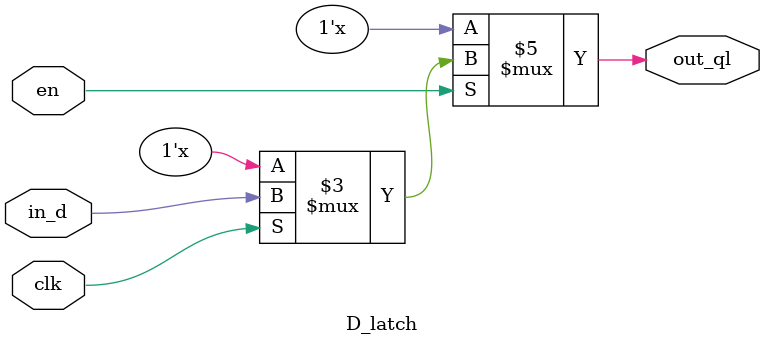
<source format=v>
module D_latch(clk,in_d,en,out_ql);
	input clk,in_d,en;
	output reg out_ql;
	
	always @ (*)
	if(en) begin
		if(clk) out_ql <= in_d; end
	else out_ql <= out_ql;
endmodule

</source>
